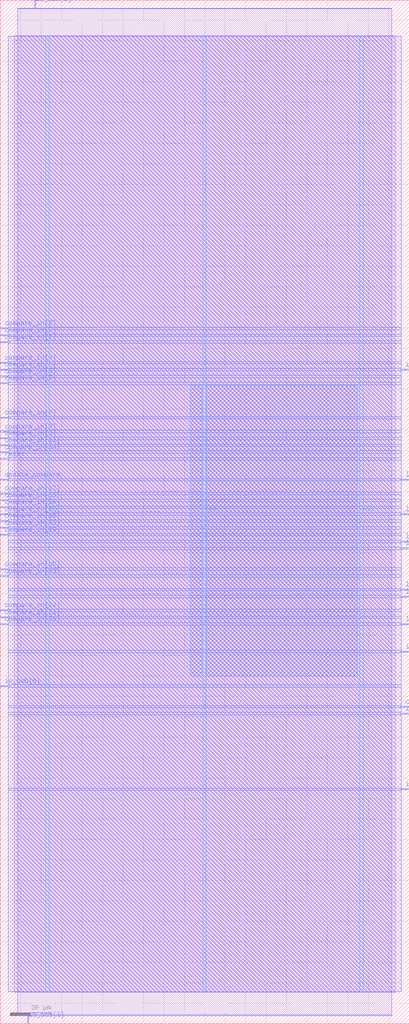
<source format=lef>
VERSION 5.7 ;
  NOWIREEXTENSIONATPIN ON ;
  DIVIDERCHAR "/" ;
  BUSBITCHARS "[]" ;
MACRO riscv_top
  CLASS BLOCK ;
  FOREIGN riscv_top ;
  ORIGIN 0.000 0.000 ;
  SIZE 200.000 BY 500.000 ;
  PIN clk
    DIRECTION INPUT ;
    USE SIGNAL ;
    ANTENNAGATEAREA 4.738000 ;
    ANTENNADIFFAREA 0.410400 ;
    PORT
      LAYER Metal3 ;
        RECT 196.000 154.560 200.000 155.120 ;
    END
  END clk
  PIN compare_in[0]
    DIRECTION INPUT ;
    USE SIGNAL ;
    ANTENNAGATEAREA 0.741000 ;
    ANTENNADIFFAREA 0.410400 ;
    PORT
      LAYER Metal3 ;
        RECT 0.000 319.200 4.000 319.760 ;
    END
  END compare_in[0]
  PIN compare_in[10]
    DIRECTION INPUT ;
    USE SIGNAL ;
    ANTENNAGATEAREA 0.741000 ;
    ANTENNADIFFAREA 0.410400 ;
    PORT
      LAYER Metal3 ;
        RECT 0.000 245.280 4.000 245.840 ;
    END
  END compare_in[10]
  PIN compare_in[11]
    DIRECTION INPUT ;
    USE SIGNAL ;
    ANTENNAGATEAREA 0.741000 ;
    ANTENNADIFFAREA 0.410400 ;
    PORT
      LAYER Metal3 ;
        RECT 0.000 282.240 4.000 282.800 ;
    END
  END compare_in[11]
  PIN compare_in[12]
    DIRECTION INPUT ;
    USE SIGNAL ;
    ANTENNAGATEAREA 0.741000 ;
    ANTENNADIFFAREA 0.410400 ;
    PORT
      LAYER Metal3 ;
        RECT 0.000 258.720 4.000 259.280 ;
    END
  END compare_in[12]
  PIN compare_in[13]
    DIRECTION INPUT ;
    USE SIGNAL ;
    ANTENNAGATEAREA 0.741000 ;
    ANTENNADIFFAREA 0.410400 ;
    PORT
      LAYER Metal3 ;
        RECT 0.000 241.920 4.000 242.480 ;
    END
  END compare_in[13]
  PIN compare_in[14]
    DIRECTION INPUT ;
    USE SIGNAL ;
    ANTENNAGATEAREA 0.741000 ;
    ANTENNADIFFAREA 0.410400 ;
    PORT
      LAYER Metal3 ;
        RECT 0.000 278.880 4.000 279.440 ;
    END
  END compare_in[14]
  PIN compare_in[15]
    DIRECTION INPUT ;
    USE SIGNAL ;
    ANTENNAGATEAREA 0.741000 ;
    ANTENNADIFFAREA 0.410400 ;
    PORT
      LAYER Metal3 ;
        RECT 0.000 255.360 4.000 255.920 ;
    END
  END compare_in[15]
  PIN compare_in[16]
    DIRECTION INPUT ;
    USE SIGNAL ;
    ANTENNAGATEAREA 0.741000 ;
    ANTENNADIFFAREA 0.410400 ;
    PORT
      LAYER Metal3 ;
        RECT 0.000 252.000 4.000 252.560 ;
    END
  END compare_in[16]
  PIN compare_in[17]
    DIRECTION INPUT ;
    USE SIGNAL ;
    ANTENNAGATEAREA 0.741000 ;
    ANTENNADIFFAREA 0.410400 ;
    PORT
      LAYER Metal3 ;
        RECT 0.000 248.640 4.000 249.200 ;
    END
  END compare_in[17]
  PIN compare_in[18]
    DIRECTION INPUT ;
    USE SIGNAL ;
    ANTENNAGATEAREA 0.741000 ;
    ANTENNADIFFAREA 0.410400 ;
    PORT
      LAYER Metal3 ;
        RECT 0.000 221.760 4.000 222.320 ;
    END
  END compare_in[18]
  PIN compare_in[19]
    DIRECTION INPUT ;
    USE SIGNAL ;
    ANTENNAGATEAREA 0.741000 ;
    ANTENNADIFFAREA 0.410400 ;
    PORT
      LAYER Metal3 ;
        RECT 0.000 238.560 4.000 239.120 ;
    END
  END compare_in[19]
  PIN compare_in[1]
    DIRECTION INPUT ;
    USE SIGNAL ;
    ANTENNAGATEAREA 0.741000 ;
    ANTENNADIFFAREA 0.410400 ;
    PORT
      LAYER Metal3 ;
        RECT 0.000 332.640 4.000 333.200 ;
    END
  END compare_in[1]
  PIN compare_in[20]
    DIRECTION INPUT ;
    USE SIGNAL ;
    ANTENNAGATEAREA 0.741000 ;
    ANTENNADIFFAREA 0.410400 ;
    PORT
      LAYER Metal3 ;
        RECT 0.000 194.880 4.000 195.440 ;
    END
  END compare_in[20]
  PIN compare_in[21]
    DIRECTION INPUT ;
    USE SIGNAL ;
    ANTENNAGATEAREA 0.741000 ;
    ANTENNADIFFAREA 0.410400 ;
    PORT
      LAYER Metal3 ;
        RECT 0.000 198.240 4.000 198.800 ;
    END
  END compare_in[21]
  PIN compare_in[22]
    DIRECTION INPUT ;
    USE SIGNAL ;
    ANTENNAGATEAREA 0.741000 ;
    ANTENNADIFFAREA 0.410400 ;
    PORT
      LAYER Metal3 ;
        RECT 0.000 201.600 4.000 202.160 ;
    END
  END compare_in[22]
  PIN compare_in[23]
    DIRECTION INPUT ;
    USE SIGNAL ;
    ANTENNAGATEAREA 0.741000 ;
    ANTENNADIFFAREA 0.410400 ;
    PORT
      LAYER Metal3 ;
        RECT 0.000 218.400 4.000 218.960 ;
    END
  END compare_in[23]
  PIN compare_in[2]
    DIRECTION INPUT ;
    USE SIGNAL ;
    ANTENNAGATEAREA 0.741000 ;
    ANTENNADIFFAREA 0.410400 ;
    PORT
      LAYER Metal3 ;
        RECT 0.000 339.360 4.000 339.920 ;
    END
  END compare_in[2]
  PIN compare_in[3]
    DIRECTION INPUT ;
    USE SIGNAL ;
    ANTENNAGATEAREA 0.741000 ;
    ANTENNADIFFAREA 0.410400 ;
    PORT
      LAYER Metal3 ;
        RECT 0.000 336.000 4.000 336.560 ;
    END
  END compare_in[3]
  PIN compare_in[4]
    DIRECTION INPUT ;
    USE SIGNAL ;
    ANTENNAGATEAREA 0.741000 ;
    ANTENNADIFFAREA 0.410400 ;
    PORT
      LAYER Metal3 ;
        RECT 0.000 322.560 4.000 323.120 ;
    END
  END compare_in[4]
  PIN compare_in[5]
    DIRECTION INPUT ;
    USE SIGNAL ;
    ANTENNAGATEAREA 0.741000 ;
    ANTENNADIFFAREA 0.410400 ;
    PORT
      LAYER Metal3 ;
        RECT 0.000 312.480 4.000 313.040 ;
    END
  END compare_in[5]
  PIN compare_in[6]
    DIRECTION INPUT ;
    USE SIGNAL ;
    ANTENNAGATEAREA 0.741000 ;
    ANTENNADIFFAREA 0.410400 ;
    PORT
      LAYER Metal3 ;
        RECT 0.000 315.840 4.000 316.400 ;
    END
  END compare_in[6]
  PIN compare_in[7]
    DIRECTION INPUT ;
    USE SIGNAL ;
    ANTENNAGATEAREA 0.741000 ;
    ANTENNADIFFAREA 0.410400 ;
    PORT
      LAYER Metal3 ;
        RECT 0.000 295.680 4.000 296.240 ;
    END
  END compare_in[7]
  PIN compare_in[8]
    DIRECTION INPUT ;
    USE SIGNAL ;
    ANTENNAGATEAREA 0.741000 ;
    ANTENNADIFFAREA 0.410400 ;
    PORT
      LAYER Metal3 ;
        RECT 0.000 285.600 4.000 286.160 ;
    END
  END compare_in[8]
  PIN compare_in[9]
    DIRECTION INPUT ;
    USE SIGNAL ;
    ANTENNAGATEAREA 0.741000 ;
    ANTENNADIFFAREA 0.410400 ;
    PORT
      LAYER Metal3 ;
        RECT 0.000 288.960 4.000 289.520 ;
    END
  END compare_in[9]
  PIN io_oeb[0]
    DIRECTION OUTPUT TRISTATE ;
    USE SIGNAL ;
    ANTENNADIFFAREA 0.360800 ;
    PORT
      LAYER Metal3 ;
        RECT 196.000 151.200 200.000 151.760 ;
    END
  END io_oeb[0]
  PIN io_oeb[1]
    DIRECTION OUTPUT TRISTATE ;
    USE SIGNAL ;
    ANTENNADIFFAREA 0.360800 ;
    PORT
      LAYER Metal2 ;
        RECT 13.440 0.000 14.000 4.000 ;
    END
  END io_oeb[1]
  PIN io_oeb[2]
    DIRECTION OUTPUT TRISTATE ;
    USE SIGNAL ;
    ANTENNADIFFAREA 0.360800 ;
    PORT
      LAYER Metal3 ;
        RECT 196.000 319.200 200.000 319.760 ;
    END
  END io_oeb[2]
  PIN io_oeb[3]
    DIRECTION OUTPUT TRISTATE ;
    USE SIGNAL ;
    ANTENNADIFFAREA 0.360800 ;
    PORT
      LAYER Metal3 ;
        RECT 196.000 181.440 200.000 182.000 ;
    END
  END io_oeb[3]
  PIN io_oeb[4]
    DIRECTION OUTPUT TRISTATE ;
    USE SIGNAL ;
    ANTENNADIFFAREA 0.360800 ;
    PORT
      LAYER Metal3 ;
        RECT 196.000 114.240 200.000 114.800 ;
    END
  END io_oeb[4]
  PIN io_oeb[5]
    DIRECTION OUTPUT TRISTATE ;
    USE SIGNAL ;
    ANTENNADIFFAREA 0.360800 ;
    PORT
      LAYER Metal2 ;
        RECT 16.800 496.000 17.360 500.000 ;
    END
  END io_oeb[5]
  PIN io_oeb[6]
    DIRECTION OUTPUT TRISTATE ;
    USE SIGNAL ;
    ANTENNADIFFAREA 0.360800 ;
    PORT
      LAYER Metal3 ;
        RECT 0.000 164.640 4.000 165.200 ;
    END
  END io_oeb[6]
  PIN led_out[0]
    DIRECTION OUTPUT TRISTATE ;
    USE SIGNAL ;
    ANTENNADIFFAREA 4.731200 ;
    PORT
      LAYER Metal3 ;
        RECT 196.000 194.880 200.000 195.440 ;
    END
  END led_out[0]
  PIN led_out[1]
    DIRECTION OUTPUT TRISTATE ;
    USE SIGNAL ;
    ANTENNADIFFAREA 4.731200 ;
    PORT
      LAYER Metal3 ;
        RECT 196.000 265.440 200.000 266.000 ;
    END
  END led_out[1]
  PIN led_out[2]
    DIRECTION OUTPUT TRISTATE ;
    USE SIGNAL ;
    ANTENNADIFFAREA 4.731200 ;
    PORT
      LAYER Metal3 ;
        RECT 196.000 208.320 200.000 208.880 ;
    END
  END led_out[2]
  PIN led_out[3]
    DIRECTION OUTPUT TRISTATE ;
    USE SIGNAL ;
    ANTENNADIFFAREA 4.731200 ;
    PORT
      LAYER Metal3 ;
        RECT 196.000 211.680 200.000 212.240 ;
    END
  END led_out[3]
  PIN led_out[4]
    DIRECTION OUTPUT TRISTATE ;
    USE SIGNAL ;
    ANTENNADIFFAREA 4.731200 ;
    PORT
      LAYER Metal3 ;
        RECT 196.000 231.840 200.000 232.400 ;
    END
  END led_out[4]
  PIN led_out[5]
    DIRECTION OUTPUT TRISTATE ;
    USE SIGNAL ;
    ANTENNADIFFAREA 4.731200 ;
    PORT
      LAYER Metal3 ;
        RECT 196.000 235.200 200.000 235.760 ;
    END
  END led_out[5]
  PIN led_out[6]
    DIRECTION OUTPUT TRISTATE ;
    USE SIGNAL ;
    ANTENNADIFFAREA 4.731200 ;
    PORT
      LAYER Metal3 ;
        RECT 196.000 248.640 200.000 249.200 ;
    END
  END led_out[6]
  PIN reset
    DIRECTION INPUT ;
    USE SIGNAL ;
    ANTENNAGATEAREA 0.498500 ;
    ANTENNADIFFAREA 0.410400 ;
    PORT
      LAYER Metal3 ;
        RECT 0.000 275.520 4.000 276.080 ;
    END
  END reset
  PIN update_compare
    DIRECTION INPUT ;
    USE SIGNAL ;
    ANTENNAGATEAREA 0.498500 ;
    ANTENNADIFFAREA 0.410400 ;
    PORT
      LAYER Metal3 ;
        RECT 0.000 265.440 4.000 266.000 ;
    END
  END update_compare
  PIN vdd
    DIRECTION INOUT ;
    USE POWER ;
    PORT
      LAYER Metal4 ;
        RECT 22.240 15.380 23.840 482.460 ;
    END
    PORT
      LAYER Metal4 ;
        RECT 175.840 15.380 177.440 482.460 ;
    END
  END vdd
  PIN vss
    DIRECTION INOUT ;
    USE GROUND ;
    PORT
      LAYER Metal4 ;
        RECT 99.040 15.380 100.640 482.460 ;
    END
  END vss
  OBS
      LAYER Metal1 ;
        RECT 6.720 15.380 193.200 482.460 ;
      LAYER Metal2 ;
        RECT 8.540 495.700 16.500 496.000 ;
        RECT 17.660 495.700 191.380 496.000 ;
        RECT 8.540 4.300 191.380 495.700 ;
        RECT 8.540 4.000 13.140 4.300 ;
        RECT 14.300 4.000 191.380 4.300 ;
      LAYER Metal3 ;
        RECT 4.000 340.220 196.000 482.300 ;
        RECT 4.300 339.060 196.000 340.220 ;
        RECT 4.000 336.860 196.000 339.060 ;
        RECT 4.300 335.700 196.000 336.860 ;
        RECT 4.000 333.500 196.000 335.700 ;
        RECT 4.300 332.340 196.000 333.500 ;
        RECT 4.000 323.420 196.000 332.340 ;
        RECT 4.300 322.260 196.000 323.420 ;
        RECT 4.000 320.060 196.000 322.260 ;
        RECT 4.300 318.900 195.700 320.060 ;
        RECT 4.000 316.700 196.000 318.900 ;
        RECT 4.300 315.540 196.000 316.700 ;
        RECT 4.000 313.340 196.000 315.540 ;
        RECT 4.300 312.180 196.000 313.340 ;
        RECT 4.000 296.540 196.000 312.180 ;
        RECT 4.300 295.380 196.000 296.540 ;
        RECT 4.000 289.820 196.000 295.380 ;
        RECT 4.300 288.660 196.000 289.820 ;
        RECT 4.000 286.460 196.000 288.660 ;
        RECT 4.300 285.300 196.000 286.460 ;
        RECT 4.000 283.100 196.000 285.300 ;
        RECT 4.300 281.940 196.000 283.100 ;
        RECT 4.000 279.740 196.000 281.940 ;
        RECT 4.300 278.580 196.000 279.740 ;
        RECT 4.000 276.380 196.000 278.580 ;
        RECT 4.300 275.220 196.000 276.380 ;
        RECT 4.000 266.300 196.000 275.220 ;
        RECT 4.300 265.140 195.700 266.300 ;
        RECT 4.000 259.580 196.000 265.140 ;
        RECT 4.300 258.420 196.000 259.580 ;
        RECT 4.000 256.220 196.000 258.420 ;
        RECT 4.300 255.060 196.000 256.220 ;
        RECT 4.000 252.860 196.000 255.060 ;
        RECT 4.300 251.700 196.000 252.860 ;
        RECT 4.000 249.500 196.000 251.700 ;
        RECT 4.300 248.340 195.700 249.500 ;
        RECT 4.000 246.140 196.000 248.340 ;
        RECT 4.300 244.980 196.000 246.140 ;
        RECT 4.000 242.780 196.000 244.980 ;
        RECT 4.300 241.620 196.000 242.780 ;
        RECT 4.000 239.420 196.000 241.620 ;
        RECT 4.300 238.260 196.000 239.420 ;
        RECT 4.000 236.060 196.000 238.260 ;
        RECT 4.000 234.900 195.700 236.060 ;
        RECT 4.000 232.700 196.000 234.900 ;
        RECT 4.000 231.540 195.700 232.700 ;
        RECT 4.000 222.620 196.000 231.540 ;
        RECT 4.300 221.460 196.000 222.620 ;
        RECT 4.000 219.260 196.000 221.460 ;
        RECT 4.300 218.100 196.000 219.260 ;
        RECT 4.000 212.540 196.000 218.100 ;
        RECT 4.000 211.380 195.700 212.540 ;
        RECT 4.000 209.180 196.000 211.380 ;
        RECT 4.000 208.020 195.700 209.180 ;
        RECT 4.000 202.460 196.000 208.020 ;
        RECT 4.300 201.300 196.000 202.460 ;
        RECT 4.000 199.100 196.000 201.300 ;
        RECT 4.300 197.940 196.000 199.100 ;
        RECT 4.000 195.740 196.000 197.940 ;
        RECT 4.300 194.580 195.700 195.740 ;
        RECT 4.000 182.300 196.000 194.580 ;
        RECT 4.000 181.140 195.700 182.300 ;
        RECT 4.000 165.500 196.000 181.140 ;
        RECT 4.300 164.340 196.000 165.500 ;
        RECT 4.000 155.420 196.000 164.340 ;
        RECT 4.000 154.260 195.700 155.420 ;
        RECT 4.000 152.060 196.000 154.260 ;
        RECT 4.000 150.900 195.700 152.060 ;
        RECT 4.000 115.100 196.000 150.900 ;
        RECT 4.000 113.940 195.700 115.100 ;
        RECT 4.000 15.540 196.000 113.940 ;
      LAYER Metal4 ;
        RECT 93.100 169.770 98.740 311.830 ;
        RECT 100.940 169.770 174.580 311.830 ;
  END
END riscv_top
END LIBRARY


</source>
